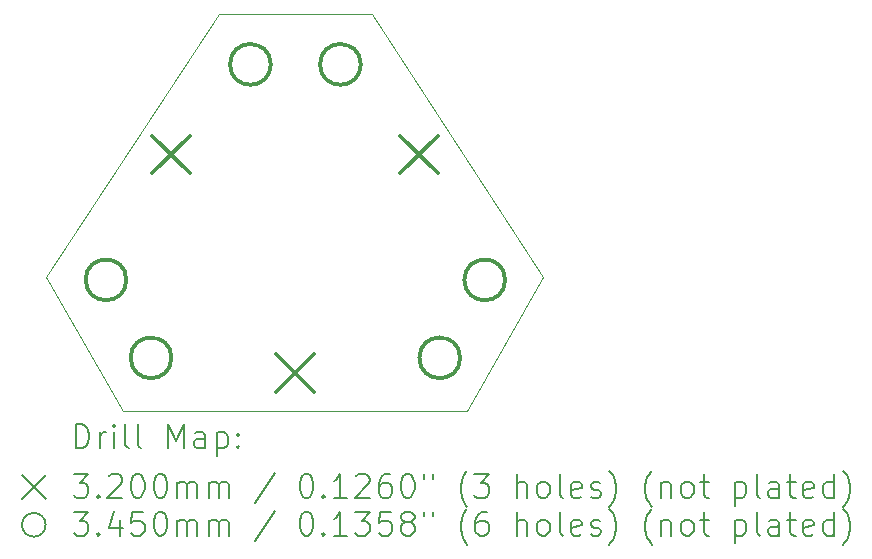
<source format=gbr>
%TF.GenerationSoftware,KiCad,Pcbnew,(6.0.7-1)-1*%
%TF.CreationDate,2022-12-01T13:28:54-08:00*%
%TF.ProjectId,can-hub-pcb,63616e2d-6875-4622-9d70-63622e6b6963,rev?*%
%TF.SameCoordinates,Original*%
%TF.FileFunction,Drillmap*%
%TF.FilePolarity,Positive*%
%FSLAX45Y45*%
G04 Gerber Fmt 4.5, Leading zero omitted, Abs format (unit mm)*
G04 Created by KiCad (PCBNEW (6.0.7-1)-1) date 2022-12-01 13:28:54*
%MOMM*%
%LPD*%
G01*
G04 APERTURE LIST*
%ADD10C,0.100000*%
%ADD11C,0.200000*%
%ADD12C,0.320000*%
%ADD13C,0.345000*%
G04 APERTURE END LIST*
D10*
X17200000Y-11370000D02*
X14290000Y-11370000D01*
X13640000Y-10240000D02*
X14290000Y-11370000D01*
X15100000Y-8010000D02*
X16400000Y-8010000D01*
X13640000Y-10240000D02*
X15100000Y-8010000D01*
X17850000Y-10240000D02*
X16400000Y-8010000D01*
X17200000Y-11370000D02*
X17850000Y-10240000D01*
D11*
D12*
X14540000Y-9040000D02*
X14860000Y-9360000D01*
X14860000Y-9040000D02*
X14540000Y-9360000D01*
X15590000Y-10890000D02*
X15910000Y-11210000D01*
X15910000Y-10890000D02*
X15590000Y-11210000D01*
X16640000Y-9040000D02*
X16960000Y-9360000D01*
X16960000Y-9040000D02*
X16640000Y-9360000D01*
D13*
X14319054Y-10261174D02*
G75*
G03*
X14319054Y-10261174I-172500J0D01*
G01*
X14700054Y-10921085D02*
G75*
G03*
X14700054Y-10921085I-172500J0D01*
G01*
X15541500Y-8436600D02*
G75*
G03*
X15541500Y-8436600I-172500J0D01*
G01*
X16303500Y-8436600D02*
G75*
G03*
X16303500Y-8436600I-172500J0D01*
G01*
X17144946Y-10921126D02*
G75*
G03*
X17144946Y-10921126I-172500J0D01*
G01*
X17525946Y-10261215D02*
G75*
G03*
X17525946Y-10261215I-172500J0D01*
G01*
D11*
X13892619Y-11685476D02*
X13892619Y-11485476D01*
X13940238Y-11485476D01*
X13968809Y-11495000D01*
X13987857Y-11514048D01*
X13997381Y-11533095D01*
X14006905Y-11571190D01*
X14006905Y-11599762D01*
X13997381Y-11637857D01*
X13987857Y-11656905D01*
X13968809Y-11675952D01*
X13940238Y-11685476D01*
X13892619Y-11685476D01*
X14092619Y-11685476D02*
X14092619Y-11552143D01*
X14092619Y-11590238D02*
X14102143Y-11571190D01*
X14111667Y-11561667D01*
X14130714Y-11552143D01*
X14149762Y-11552143D01*
X14216428Y-11685476D02*
X14216428Y-11552143D01*
X14216428Y-11485476D02*
X14206905Y-11495000D01*
X14216428Y-11504524D01*
X14225952Y-11495000D01*
X14216428Y-11485476D01*
X14216428Y-11504524D01*
X14340238Y-11685476D02*
X14321190Y-11675952D01*
X14311667Y-11656905D01*
X14311667Y-11485476D01*
X14445000Y-11685476D02*
X14425952Y-11675952D01*
X14416428Y-11656905D01*
X14416428Y-11485476D01*
X14673571Y-11685476D02*
X14673571Y-11485476D01*
X14740238Y-11628333D01*
X14806905Y-11485476D01*
X14806905Y-11685476D01*
X14987857Y-11685476D02*
X14987857Y-11580714D01*
X14978333Y-11561667D01*
X14959286Y-11552143D01*
X14921190Y-11552143D01*
X14902143Y-11561667D01*
X14987857Y-11675952D02*
X14968809Y-11685476D01*
X14921190Y-11685476D01*
X14902143Y-11675952D01*
X14892619Y-11656905D01*
X14892619Y-11637857D01*
X14902143Y-11618809D01*
X14921190Y-11609286D01*
X14968809Y-11609286D01*
X14987857Y-11599762D01*
X15083095Y-11552143D02*
X15083095Y-11752143D01*
X15083095Y-11561667D02*
X15102143Y-11552143D01*
X15140238Y-11552143D01*
X15159286Y-11561667D01*
X15168809Y-11571190D01*
X15178333Y-11590238D01*
X15178333Y-11647381D01*
X15168809Y-11666428D01*
X15159286Y-11675952D01*
X15140238Y-11685476D01*
X15102143Y-11685476D01*
X15083095Y-11675952D01*
X15264048Y-11666428D02*
X15273571Y-11675952D01*
X15264048Y-11685476D01*
X15254524Y-11675952D01*
X15264048Y-11666428D01*
X15264048Y-11685476D01*
X15264048Y-11561667D02*
X15273571Y-11571190D01*
X15264048Y-11580714D01*
X15254524Y-11571190D01*
X15264048Y-11561667D01*
X15264048Y-11580714D01*
X13435000Y-11915000D02*
X13635000Y-12115000D01*
X13635000Y-11915000D02*
X13435000Y-12115000D01*
X13873571Y-11905476D02*
X13997381Y-11905476D01*
X13930714Y-11981667D01*
X13959286Y-11981667D01*
X13978333Y-11991190D01*
X13987857Y-12000714D01*
X13997381Y-12019762D01*
X13997381Y-12067381D01*
X13987857Y-12086428D01*
X13978333Y-12095952D01*
X13959286Y-12105476D01*
X13902143Y-12105476D01*
X13883095Y-12095952D01*
X13873571Y-12086428D01*
X14083095Y-12086428D02*
X14092619Y-12095952D01*
X14083095Y-12105476D01*
X14073571Y-12095952D01*
X14083095Y-12086428D01*
X14083095Y-12105476D01*
X14168809Y-11924524D02*
X14178333Y-11915000D01*
X14197381Y-11905476D01*
X14245000Y-11905476D01*
X14264048Y-11915000D01*
X14273571Y-11924524D01*
X14283095Y-11943571D01*
X14283095Y-11962619D01*
X14273571Y-11991190D01*
X14159286Y-12105476D01*
X14283095Y-12105476D01*
X14406905Y-11905476D02*
X14425952Y-11905476D01*
X14445000Y-11915000D01*
X14454524Y-11924524D01*
X14464048Y-11943571D01*
X14473571Y-11981667D01*
X14473571Y-12029286D01*
X14464048Y-12067381D01*
X14454524Y-12086428D01*
X14445000Y-12095952D01*
X14425952Y-12105476D01*
X14406905Y-12105476D01*
X14387857Y-12095952D01*
X14378333Y-12086428D01*
X14368809Y-12067381D01*
X14359286Y-12029286D01*
X14359286Y-11981667D01*
X14368809Y-11943571D01*
X14378333Y-11924524D01*
X14387857Y-11915000D01*
X14406905Y-11905476D01*
X14597381Y-11905476D02*
X14616428Y-11905476D01*
X14635476Y-11915000D01*
X14645000Y-11924524D01*
X14654524Y-11943571D01*
X14664048Y-11981667D01*
X14664048Y-12029286D01*
X14654524Y-12067381D01*
X14645000Y-12086428D01*
X14635476Y-12095952D01*
X14616428Y-12105476D01*
X14597381Y-12105476D01*
X14578333Y-12095952D01*
X14568809Y-12086428D01*
X14559286Y-12067381D01*
X14549762Y-12029286D01*
X14549762Y-11981667D01*
X14559286Y-11943571D01*
X14568809Y-11924524D01*
X14578333Y-11915000D01*
X14597381Y-11905476D01*
X14749762Y-12105476D02*
X14749762Y-11972143D01*
X14749762Y-11991190D02*
X14759286Y-11981667D01*
X14778333Y-11972143D01*
X14806905Y-11972143D01*
X14825952Y-11981667D01*
X14835476Y-12000714D01*
X14835476Y-12105476D01*
X14835476Y-12000714D02*
X14845000Y-11981667D01*
X14864048Y-11972143D01*
X14892619Y-11972143D01*
X14911667Y-11981667D01*
X14921190Y-12000714D01*
X14921190Y-12105476D01*
X15016428Y-12105476D02*
X15016428Y-11972143D01*
X15016428Y-11991190D02*
X15025952Y-11981667D01*
X15045000Y-11972143D01*
X15073571Y-11972143D01*
X15092619Y-11981667D01*
X15102143Y-12000714D01*
X15102143Y-12105476D01*
X15102143Y-12000714D02*
X15111667Y-11981667D01*
X15130714Y-11972143D01*
X15159286Y-11972143D01*
X15178333Y-11981667D01*
X15187857Y-12000714D01*
X15187857Y-12105476D01*
X15578333Y-11895952D02*
X15406905Y-12153095D01*
X15835476Y-11905476D02*
X15854524Y-11905476D01*
X15873571Y-11915000D01*
X15883095Y-11924524D01*
X15892619Y-11943571D01*
X15902143Y-11981667D01*
X15902143Y-12029286D01*
X15892619Y-12067381D01*
X15883095Y-12086428D01*
X15873571Y-12095952D01*
X15854524Y-12105476D01*
X15835476Y-12105476D01*
X15816428Y-12095952D01*
X15806905Y-12086428D01*
X15797381Y-12067381D01*
X15787857Y-12029286D01*
X15787857Y-11981667D01*
X15797381Y-11943571D01*
X15806905Y-11924524D01*
X15816428Y-11915000D01*
X15835476Y-11905476D01*
X15987857Y-12086428D02*
X15997381Y-12095952D01*
X15987857Y-12105476D01*
X15978333Y-12095952D01*
X15987857Y-12086428D01*
X15987857Y-12105476D01*
X16187857Y-12105476D02*
X16073571Y-12105476D01*
X16130714Y-12105476D02*
X16130714Y-11905476D01*
X16111667Y-11934048D01*
X16092619Y-11953095D01*
X16073571Y-11962619D01*
X16264048Y-11924524D02*
X16273571Y-11915000D01*
X16292619Y-11905476D01*
X16340238Y-11905476D01*
X16359286Y-11915000D01*
X16368809Y-11924524D01*
X16378333Y-11943571D01*
X16378333Y-11962619D01*
X16368809Y-11991190D01*
X16254524Y-12105476D01*
X16378333Y-12105476D01*
X16549762Y-11905476D02*
X16511667Y-11905476D01*
X16492619Y-11915000D01*
X16483095Y-11924524D01*
X16464048Y-11953095D01*
X16454524Y-11991190D01*
X16454524Y-12067381D01*
X16464048Y-12086428D01*
X16473571Y-12095952D01*
X16492619Y-12105476D01*
X16530714Y-12105476D01*
X16549762Y-12095952D01*
X16559286Y-12086428D01*
X16568809Y-12067381D01*
X16568809Y-12019762D01*
X16559286Y-12000714D01*
X16549762Y-11991190D01*
X16530714Y-11981667D01*
X16492619Y-11981667D01*
X16473571Y-11991190D01*
X16464048Y-12000714D01*
X16454524Y-12019762D01*
X16692619Y-11905476D02*
X16711667Y-11905476D01*
X16730714Y-11915000D01*
X16740238Y-11924524D01*
X16749762Y-11943571D01*
X16759286Y-11981667D01*
X16759286Y-12029286D01*
X16749762Y-12067381D01*
X16740238Y-12086428D01*
X16730714Y-12095952D01*
X16711667Y-12105476D01*
X16692619Y-12105476D01*
X16673571Y-12095952D01*
X16664048Y-12086428D01*
X16654524Y-12067381D01*
X16645000Y-12029286D01*
X16645000Y-11981667D01*
X16654524Y-11943571D01*
X16664048Y-11924524D01*
X16673571Y-11915000D01*
X16692619Y-11905476D01*
X16835476Y-11905476D02*
X16835476Y-11943571D01*
X16911667Y-11905476D02*
X16911667Y-11943571D01*
X17206905Y-12181667D02*
X17197381Y-12172143D01*
X17178333Y-12143571D01*
X17168810Y-12124524D01*
X17159286Y-12095952D01*
X17149762Y-12048333D01*
X17149762Y-12010238D01*
X17159286Y-11962619D01*
X17168810Y-11934048D01*
X17178333Y-11915000D01*
X17197381Y-11886428D01*
X17206905Y-11876905D01*
X17264048Y-11905476D02*
X17387857Y-11905476D01*
X17321190Y-11981667D01*
X17349762Y-11981667D01*
X17368810Y-11991190D01*
X17378333Y-12000714D01*
X17387857Y-12019762D01*
X17387857Y-12067381D01*
X17378333Y-12086428D01*
X17368810Y-12095952D01*
X17349762Y-12105476D01*
X17292619Y-12105476D01*
X17273571Y-12095952D01*
X17264048Y-12086428D01*
X17625952Y-12105476D02*
X17625952Y-11905476D01*
X17711667Y-12105476D02*
X17711667Y-12000714D01*
X17702143Y-11981667D01*
X17683095Y-11972143D01*
X17654524Y-11972143D01*
X17635476Y-11981667D01*
X17625952Y-11991190D01*
X17835476Y-12105476D02*
X17816429Y-12095952D01*
X17806905Y-12086428D01*
X17797381Y-12067381D01*
X17797381Y-12010238D01*
X17806905Y-11991190D01*
X17816429Y-11981667D01*
X17835476Y-11972143D01*
X17864048Y-11972143D01*
X17883095Y-11981667D01*
X17892619Y-11991190D01*
X17902143Y-12010238D01*
X17902143Y-12067381D01*
X17892619Y-12086428D01*
X17883095Y-12095952D01*
X17864048Y-12105476D01*
X17835476Y-12105476D01*
X18016429Y-12105476D02*
X17997381Y-12095952D01*
X17987857Y-12076905D01*
X17987857Y-11905476D01*
X18168810Y-12095952D02*
X18149762Y-12105476D01*
X18111667Y-12105476D01*
X18092619Y-12095952D01*
X18083095Y-12076905D01*
X18083095Y-12000714D01*
X18092619Y-11981667D01*
X18111667Y-11972143D01*
X18149762Y-11972143D01*
X18168810Y-11981667D01*
X18178333Y-12000714D01*
X18178333Y-12019762D01*
X18083095Y-12038809D01*
X18254524Y-12095952D02*
X18273571Y-12105476D01*
X18311667Y-12105476D01*
X18330714Y-12095952D01*
X18340238Y-12076905D01*
X18340238Y-12067381D01*
X18330714Y-12048333D01*
X18311667Y-12038809D01*
X18283095Y-12038809D01*
X18264048Y-12029286D01*
X18254524Y-12010238D01*
X18254524Y-12000714D01*
X18264048Y-11981667D01*
X18283095Y-11972143D01*
X18311667Y-11972143D01*
X18330714Y-11981667D01*
X18406905Y-12181667D02*
X18416429Y-12172143D01*
X18435476Y-12143571D01*
X18445000Y-12124524D01*
X18454524Y-12095952D01*
X18464048Y-12048333D01*
X18464048Y-12010238D01*
X18454524Y-11962619D01*
X18445000Y-11934048D01*
X18435476Y-11915000D01*
X18416429Y-11886428D01*
X18406905Y-11876905D01*
X18768810Y-12181667D02*
X18759286Y-12172143D01*
X18740238Y-12143571D01*
X18730714Y-12124524D01*
X18721190Y-12095952D01*
X18711667Y-12048333D01*
X18711667Y-12010238D01*
X18721190Y-11962619D01*
X18730714Y-11934048D01*
X18740238Y-11915000D01*
X18759286Y-11886428D01*
X18768810Y-11876905D01*
X18845000Y-11972143D02*
X18845000Y-12105476D01*
X18845000Y-11991190D02*
X18854524Y-11981667D01*
X18873571Y-11972143D01*
X18902143Y-11972143D01*
X18921190Y-11981667D01*
X18930714Y-12000714D01*
X18930714Y-12105476D01*
X19054524Y-12105476D02*
X19035476Y-12095952D01*
X19025952Y-12086428D01*
X19016429Y-12067381D01*
X19016429Y-12010238D01*
X19025952Y-11991190D01*
X19035476Y-11981667D01*
X19054524Y-11972143D01*
X19083095Y-11972143D01*
X19102143Y-11981667D01*
X19111667Y-11991190D01*
X19121190Y-12010238D01*
X19121190Y-12067381D01*
X19111667Y-12086428D01*
X19102143Y-12095952D01*
X19083095Y-12105476D01*
X19054524Y-12105476D01*
X19178333Y-11972143D02*
X19254524Y-11972143D01*
X19206905Y-11905476D02*
X19206905Y-12076905D01*
X19216429Y-12095952D01*
X19235476Y-12105476D01*
X19254524Y-12105476D01*
X19473571Y-11972143D02*
X19473571Y-12172143D01*
X19473571Y-11981667D02*
X19492619Y-11972143D01*
X19530714Y-11972143D01*
X19549762Y-11981667D01*
X19559286Y-11991190D01*
X19568810Y-12010238D01*
X19568810Y-12067381D01*
X19559286Y-12086428D01*
X19549762Y-12095952D01*
X19530714Y-12105476D01*
X19492619Y-12105476D01*
X19473571Y-12095952D01*
X19683095Y-12105476D02*
X19664048Y-12095952D01*
X19654524Y-12076905D01*
X19654524Y-11905476D01*
X19845000Y-12105476D02*
X19845000Y-12000714D01*
X19835476Y-11981667D01*
X19816429Y-11972143D01*
X19778333Y-11972143D01*
X19759286Y-11981667D01*
X19845000Y-12095952D02*
X19825952Y-12105476D01*
X19778333Y-12105476D01*
X19759286Y-12095952D01*
X19749762Y-12076905D01*
X19749762Y-12057857D01*
X19759286Y-12038809D01*
X19778333Y-12029286D01*
X19825952Y-12029286D01*
X19845000Y-12019762D01*
X19911667Y-11972143D02*
X19987857Y-11972143D01*
X19940238Y-11905476D02*
X19940238Y-12076905D01*
X19949762Y-12095952D01*
X19968810Y-12105476D01*
X19987857Y-12105476D01*
X20130714Y-12095952D02*
X20111667Y-12105476D01*
X20073571Y-12105476D01*
X20054524Y-12095952D01*
X20045000Y-12076905D01*
X20045000Y-12000714D01*
X20054524Y-11981667D01*
X20073571Y-11972143D01*
X20111667Y-11972143D01*
X20130714Y-11981667D01*
X20140238Y-12000714D01*
X20140238Y-12019762D01*
X20045000Y-12038809D01*
X20311667Y-12105476D02*
X20311667Y-11905476D01*
X20311667Y-12095952D02*
X20292619Y-12105476D01*
X20254524Y-12105476D01*
X20235476Y-12095952D01*
X20225952Y-12086428D01*
X20216429Y-12067381D01*
X20216429Y-12010238D01*
X20225952Y-11991190D01*
X20235476Y-11981667D01*
X20254524Y-11972143D01*
X20292619Y-11972143D01*
X20311667Y-11981667D01*
X20387857Y-12181667D02*
X20397381Y-12172143D01*
X20416429Y-12143571D01*
X20425952Y-12124524D01*
X20435476Y-12095952D01*
X20445000Y-12048333D01*
X20445000Y-12010238D01*
X20435476Y-11962619D01*
X20425952Y-11934048D01*
X20416429Y-11915000D01*
X20397381Y-11886428D01*
X20387857Y-11876905D01*
X13635000Y-12335000D02*
G75*
G03*
X13635000Y-12335000I-100000J0D01*
G01*
X13873571Y-12225476D02*
X13997381Y-12225476D01*
X13930714Y-12301667D01*
X13959286Y-12301667D01*
X13978333Y-12311190D01*
X13987857Y-12320714D01*
X13997381Y-12339762D01*
X13997381Y-12387381D01*
X13987857Y-12406428D01*
X13978333Y-12415952D01*
X13959286Y-12425476D01*
X13902143Y-12425476D01*
X13883095Y-12415952D01*
X13873571Y-12406428D01*
X14083095Y-12406428D02*
X14092619Y-12415952D01*
X14083095Y-12425476D01*
X14073571Y-12415952D01*
X14083095Y-12406428D01*
X14083095Y-12425476D01*
X14264048Y-12292143D02*
X14264048Y-12425476D01*
X14216428Y-12215952D02*
X14168809Y-12358809D01*
X14292619Y-12358809D01*
X14464048Y-12225476D02*
X14368809Y-12225476D01*
X14359286Y-12320714D01*
X14368809Y-12311190D01*
X14387857Y-12301667D01*
X14435476Y-12301667D01*
X14454524Y-12311190D01*
X14464048Y-12320714D01*
X14473571Y-12339762D01*
X14473571Y-12387381D01*
X14464048Y-12406428D01*
X14454524Y-12415952D01*
X14435476Y-12425476D01*
X14387857Y-12425476D01*
X14368809Y-12415952D01*
X14359286Y-12406428D01*
X14597381Y-12225476D02*
X14616428Y-12225476D01*
X14635476Y-12235000D01*
X14645000Y-12244524D01*
X14654524Y-12263571D01*
X14664048Y-12301667D01*
X14664048Y-12349286D01*
X14654524Y-12387381D01*
X14645000Y-12406428D01*
X14635476Y-12415952D01*
X14616428Y-12425476D01*
X14597381Y-12425476D01*
X14578333Y-12415952D01*
X14568809Y-12406428D01*
X14559286Y-12387381D01*
X14549762Y-12349286D01*
X14549762Y-12301667D01*
X14559286Y-12263571D01*
X14568809Y-12244524D01*
X14578333Y-12235000D01*
X14597381Y-12225476D01*
X14749762Y-12425476D02*
X14749762Y-12292143D01*
X14749762Y-12311190D02*
X14759286Y-12301667D01*
X14778333Y-12292143D01*
X14806905Y-12292143D01*
X14825952Y-12301667D01*
X14835476Y-12320714D01*
X14835476Y-12425476D01*
X14835476Y-12320714D02*
X14845000Y-12301667D01*
X14864048Y-12292143D01*
X14892619Y-12292143D01*
X14911667Y-12301667D01*
X14921190Y-12320714D01*
X14921190Y-12425476D01*
X15016428Y-12425476D02*
X15016428Y-12292143D01*
X15016428Y-12311190D02*
X15025952Y-12301667D01*
X15045000Y-12292143D01*
X15073571Y-12292143D01*
X15092619Y-12301667D01*
X15102143Y-12320714D01*
X15102143Y-12425476D01*
X15102143Y-12320714D02*
X15111667Y-12301667D01*
X15130714Y-12292143D01*
X15159286Y-12292143D01*
X15178333Y-12301667D01*
X15187857Y-12320714D01*
X15187857Y-12425476D01*
X15578333Y-12215952D02*
X15406905Y-12473095D01*
X15835476Y-12225476D02*
X15854524Y-12225476D01*
X15873571Y-12235000D01*
X15883095Y-12244524D01*
X15892619Y-12263571D01*
X15902143Y-12301667D01*
X15902143Y-12349286D01*
X15892619Y-12387381D01*
X15883095Y-12406428D01*
X15873571Y-12415952D01*
X15854524Y-12425476D01*
X15835476Y-12425476D01*
X15816428Y-12415952D01*
X15806905Y-12406428D01*
X15797381Y-12387381D01*
X15787857Y-12349286D01*
X15787857Y-12301667D01*
X15797381Y-12263571D01*
X15806905Y-12244524D01*
X15816428Y-12235000D01*
X15835476Y-12225476D01*
X15987857Y-12406428D02*
X15997381Y-12415952D01*
X15987857Y-12425476D01*
X15978333Y-12415952D01*
X15987857Y-12406428D01*
X15987857Y-12425476D01*
X16187857Y-12425476D02*
X16073571Y-12425476D01*
X16130714Y-12425476D02*
X16130714Y-12225476D01*
X16111667Y-12254048D01*
X16092619Y-12273095D01*
X16073571Y-12282619D01*
X16254524Y-12225476D02*
X16378333Y-12225476D01*
X16311667Y-12301667D01*
X16340238Y-12301667D01*
X16359286Y-12311190D01*
X16368809Y-12320714D01*
X16378333Y-12339762D01*
X16378333Y-12387381D01*
X16368809Y-12406428D01*
X16359286Y-12415952D01*
X16340238Y-12425476D01*
X16283095Y-12425476D01*
X16264048Y-12415952D01*
X16254524Y-12406428D01*
X16559286Y-12225476D02*
X16464048Y-12225476D01*
X16454524Y-12320714D01*
X16464048Y-12311190D01*
X16483095Y-12301667D01*
X16530714Y-12301667D01*
X16549762Y-12311190D01*
X16559286Y-12320714D01*
X16568809Y-12339762D01*
X16568809Y-12387381D01*
X16559286Y-12406428D01*
X16549762Y-12415952D01*
X16530714Y-12425476D01*
X16483095Y-12425476D01*
X16464048Y-12415952D01*
X16454524Y-12406428D01*
X16683095Y-12311190D02*
X16664048Y-12301667D01*
X16654524Y-12292143D01*
X16645000Y-12273095D01*
X16645000Y-12263571D01*
X16654524Y-12244524D01*
X16664048Y-12235000D01*
X16683095Y-12225476D01*
X16721190Y-12225476D01*
X16740238Y-12235000D01*
X16749762Y-12244524D01*
X16759286Y-12263571D01*
X16759286Y-12273095D01*
X16749762Y-12292143D01*
X16740238Y-12301667D01*
X16721190Y-12311190D01*
X16683095Y-12311190D01*
X16664048Y-12320714D01*
X16654524Y-12330238D01*
X16645000Y-12349286D01*
X16645000Y-12387381D01*
X16654524Y-12406428D01*
X16664048Y-12415952D01*
X16683095Y-12425476D01*
X16721190Y-12425476D01*
X16740238Y-12415952D01*
X16749762Y-12406428D01*
X16759286Y-12387381D01*
X16759286Y-12349286D01*
X16749762Y-12330238D01*
X16740238Y-12320714D01*
X16721190Y-12311190D01*
X16835476Y-12225476D02*
X16835476Y-12263571D01*
X16911667Y-12225476D02*
X16911667Y-12263571D01*
X17206905Y-12501667D02*
X17197381Y-12492143D01*
X17178333Y-12463571D01*
X17168810Y-12444524D01*
X17159286Y-12415952D01*
X17149762Y-12368333D01*
X17149762Y-12330238D01*
X17159286Y-12282619D01*
X17168810Y-12254048D01*
X17178333Y-12235000D01*
X17197381Y-12206428D01*
X17206905Y-12196905D01*
X17368810Y-12225476D02*
X17330714Y-12225476D01*
X17311667Y-12235000D01*
X17302143Y-12244524D01*
X17283095Y-12273095D01*
X17273571Y-12311190D01*
X17273571Y-12387381D01*
X17283095Y-12406428D01*
X17292619Y-12415952D01*
X17311667Y-12425476D01*
X17349762Y-12425476D01*
X17368810Y-12415952D01*
X17378333Y-12406428D01*
X17387857Y-12387381D01*
X17387857Y-12339762D01*
X17378333Y-12320714D01*
X17368810Y-12311190D01*
X17349762Y-12301667D01*
X17311667Y-12301667D01*
X17292619Y-12311190D01*
X17283095Y-12320714D01*
X17273571Y-12339762D01*
X17625952Y-12425476D02*
X17625952Y-12225476D01*
X17711667Y-12425476D02*
X17711667Y-12320714D01*
X17702143Y-12301667D01*
X17683095Y-12292143D01*
X17654524Y-12292143D01*
X17635476Y-12301667D01*
X17625952Y-12311190D01*
X17835476Y-12425476D02*
X17816429Y-12415952D01*
X17806905Y-12406428D01*
X17797381Y-12387381D01*
X17797381Y-12330238D01*
X17806905Y-12311190D01*
X17816429Y-12301667D01*
X17835476Y-12292143D01*
X17864048Y-12292143D01*
X17883095Y-12301667D01*
X17892619Y-12311190D01*
X17902143Y-12330238D01*
X17902143Y-12387381D01*
X17892619Y-12406428D01*
X17883095Y-12415952D01*
X17864048Y-12425476D01*
X17835476Y-12425476D01*
X18016429Y-12425476D02*
X17997381Y-12415952D01*
X17987857Y-12396905D01*
X17987857Y-12225476D01*
X18168810Y-12415952D02*
X18149762Y-12425476D01*
X18111667Y-12425476D01*
X18092619Y-12415952D01*
X18083095Y-12396905D01*
X18083095Y-12320714D01*
X18092619Y-12301667D01*
X18111667Y-12292143D01*
X18149762Y-12292143D01*
X18168810Y-12301667D01*
X18178333Y-12320714D01*
X18178333Y-12339762D01*
X18083095Y-12358809D01*
X18254524Y-12415952D02*
X18273571Y-12425476D01*
X18311667Y-12425476D01*
X18330714Y-12415952D01*
X18340238Y-12396905D01*
X18340238Y-12387381D01*
X18330714Y-12368333D01*
X18311667Y-12358809D01*
X18283095Y-12358809D01*
X18264048Y-12349286D01*
X18254524Y-12330238D01*
X18254524Y-12320714D01*
X18264048Y-12301667D01*
X18283095Y-12292143D01*
X18311667Y-12292143D01*
X18330714Y-12301667D01*
X18406905Y-12501667D02*
X18416429Y-12492143D01*
X18435476Y-12463571D01*
X18445000Y-12444524D01*
X18454524Y-12415952D01*
X18464048Y-12368333D01*
X18464048Y-12330238D01*
X18454524Y-12282619D01*
X18445000Y-12254048D01*
X18435476Y-12235000D01*
X18416429Y-12206428D01*
X18406905Y-12196905D01*
X18768810Y-12501667D02*
X18759286Y-12492143D01*
X18740238Y-12463571D01*
X18730714Y-12444524D01*
X18721190Y-12415952D01*
X18711667Y-12368333D01*
X18711667Y-12330238D01*
X18721190Y-12282619D01*
X18730714Y-12254048D01*
X18740238Y-12235000D01*
X18759286Y-12206428D01*
X18768810Y-12196905D01*
X18845000Y-12292143D02*
X18845000Y-12425476D01*
X18845000Y-12311190D02*
X18854524Y-12301667D01*
X18873571Y-12292143D01*
X18902143Y-12292143D01*
X18921190Y-12301667D01*
X18930714Y-12320714D01*
X18930714Y-12425476D01*
X19054524Y-12425476D02*
X19035476Y-12415952D01*
X19025952Y-12406428D01*
X19016429Y-12387381D01*
X19016429Y-12330238D01*
X19025952Y-12311190D01*
X19035476Y-12301667D01*
X19054524Y-12292143D01*
X19083095Y-12292143D01*
X19102143Y-12301667D01*
X19111667Y-12311190D01*
X19121190Y-12330238D01*
X19121190Y-12387381D01*
X19111667Y-12406428D01*
X19102143Y-12415952D01*
X19083095Y-12425476D01*
X19054524Y-12425476D01*
X19178333Y-12292143D02*
X19254524Y-12292143D01*
X19206905Y-12225476D02*
X19206905Y-12396905D01*
X19216429Y-12415952D01*
X19235476Y-12425476D01*
X19254524Y-12425476D01*
X19473571Y-12292143D02*
X19473571Y-12492143D01*
X19473571Y-12301667D02*
X19492619Y-12292143D01*
X19530714Y-12292143D01*
X19549762Y-12301667D01*
X19559286Y-12311190D01*
X19568810Y-12330238D01*
X19568810Y-12387381D01*
X19559286Y-12406428D01*
X19549762Y-12415952D01*
X19530714Y-12425476D01*
X19492619Y-12425476D01*
X19473571Y-12415952D01*
X19683095Y-12425476D02*
X19664048Y-12415952D01*
X19654524Y-12396905D01*
X19654524Y-12225476D01*
X19845000Y-12425476D02*
X19845000Y-12320714D01*
X19835476Y-12301667D01*
X19816429Y-12292143D01*
X19778333Y-12292143D01*
X19759286Y-12301667D01*
X19845000Y-12415952D02*
X19825952Y-12425476D01*
X19778333Y-12425476D01*
X19759286Y-12415952D01*
X19749762Y-12396905D01*
X19749762Y-12377857D01*
X19759286Y-12358809D01*
X19778333Y-12349286D01*
X19825952Y-12349286D01*
X19845000Y-12339762D01*
X19911667Y-12292143D02*
X19987857Y-12292143D01*
X19940238Y-12225476D02*
X19940238Y-12396905D01*
X19949762Y-12415952D01*
X19968810Y-12425476D01*
X19987857Y-12425476D01*
X20130714Y-12415952D02*
X20111667Y-12425476D01*
X20073571Y-12425476D01*
X20054524Y-12415952D01*
X20045000Y-12396905D01*
X20045000Y-12320714D01*
X20054524Y-12301667D01*
X20073571Y-12292143D01*
X20111667Y-12292143D01*
X20130714Y-12301667D01*
X20140238Y-12320714D01*
X20140238Y-12339762D01*
X20045000Y-12358809D01*
X20311667Y-12425476D02*
X20311667Y-12225476D01*
X20311667Y-12415952D02*
X20292619Y-12425476D01*
X20254524Y-12425476D01*
X20235476Y-12415952D01*
X20225952Y-12406428D01*
X20216429Y-12387381D01*
X20216429Y-12330238D01*
X20225952Y-12311190D01*
X20235476Y-12301667D01*
X20254524Y-12292143D01*
X20292619Y-12292143D01*
X20311667Y-12301667D01*
X20387857Y-12501667D02*
X20397381Y-12492143D01*
X20416429Y-12463571D01*
X20425952Y-12444524D01*
X20435476Y-12415952D01*
X20445000Y-12368333D01*
X20445000Y-12330238D01*
X20435476Y-12282619D01*
X20425952Y-12254048D01*
X20416429Y-12235000D01*
X20397381Y-12206428D01*
X20387857Y-12196905D01*
M02*

</source>
